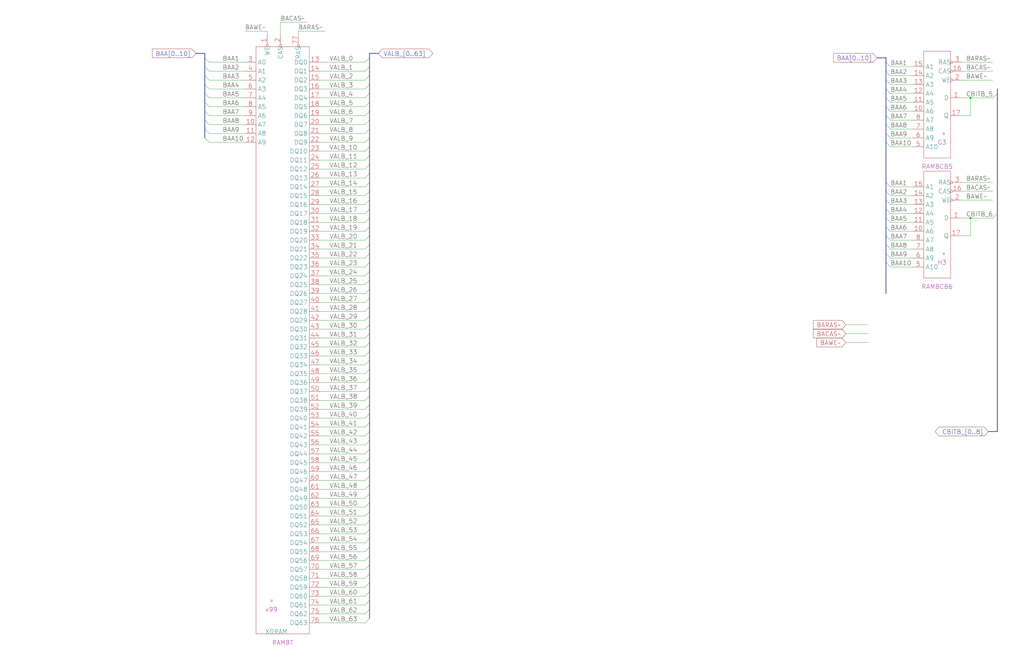
<source format=kicad_sch>
(kicad_sch (version 20220404) (generator eeschema)
  (paper "User" 584.2 378.46)
  (title_block (title "PLANEB DYNAMIC RAMS\\nVAL BITS 0-31\\nCHECK BITS 5-6") (date "08-MAR-90") (rev "0.0") (comment 1 "MEM32 BOARD") (comment 2 "232-003066") (comment 3 "S400") (comment 4 "RELEASED"))
  (lib_symbols
    (symbol "r1000:1MEG" (pin_names (offset 1.016))
      (property "Reference" "U" (at 2.54 5.08 0))
      (property "Value" "1MEG" (at -6.35 -7.62 0))
      (property "Location" "___" (at -1.27 0 0))
      (property "Name" "______" (at -1.27 -15.24 0))
      (symbol "1MEG_1_1"
        (rectangle (start -8.89 52.07) (end 6.35 -8.89))
        (circle (center 6.985 35.56) (radius 0.635))
        (circle (center 6.985 40.64) (radius 0.635))
        (circle (center 6.985 45.72) (radius 0.635))
        (pin input line (at 12.7 25.4 180) (length 6.35) (name "D") (number "1"))
        (pin input line (at -15.24 17.78 0) (length 6.35) (name "A6") (number "10"))
        (pin input line (at -15.24 22.86 0) (length 6.35) (name "A5") (number "11"))
        (pin input line (at -15.24 27.94 0) (length 6.35) (name "A4") (number "12"))
        (pin input line (at -15.24 33.02 0) (length 6.35) (name "A3") (number "13"))
        (pin input line (at -15.24 38.1 0) (length 6.35) (name "A2") (number "14"))
        (pin input line (at -15.24 43.18 0) (length 6.35) (name "A1") (number "15"))
        (pin input line (at 12.7 40.64 180) (length 5.08) (name "CAS") (number "16"))
        (pin tri_state line (at 12.7 15.24 180) (length 6.35) (name "Q") (number "17"))
        (pin input line (at 12.7 35.56 180) (length 5.08) (name "WE") (number "2"))
        (pin input line (at 12.7 45.72 180) (length 5.08) (name "RAS") (number "3"))
        (pin input line (at -15.24 -2.54 0) (length 6.35) (name "A10") (number "5"))
        (pin input line (at -15.24 2.54 0) (length 6.35) (name "A9") (number "6"))
        (pin input line (at -15.24 7.62 0) (length 6.35) (name "A8") (number "7"))
        (pin input line (at -15.24 12.7 0) (length 6.35) (name "A7") (number "8"))
      )
    )
    (symbol "r1000:XDRAM" (pin_names (offset 1.016))
      (property "Reference" "U" (at 2.54 5.08 0))
      (property "Value" "XDRAM" (at -1.27 -12.7 0))
      (property "Location" "___" (at -1.27 0 0))
      (property "Name" "______" (at 8.89 -20.32 0))
      (symbol "XDRAM_1_1"
        (rectangle (start -6.35 321.31) (end 24.13 -13.97))
        (circle (center 0 321.945) (radius 0.635))
        (circle (center 7.62 321.945) (radius 0.635))
        (circle (center 17.78 321.945) (radius 0.635))
        (pin input line (at 0 327.66 270) (length 5.08) (name "WE") (number "1"))
        (pin input line (at -12.7 276.86 0) (length 6.35) (name "A7") (number "10"))
        (pin input line (at -12.7 271.78 0) (length 6.35) (name "A8") (number "11"))
        (pin input line (at -12.7 266.7 0) (length 6.35) (name "A9") (number "12"))
        (pin bidirectional line (at 30.48 312.42 180) (length 6.35) (name "DQ0") (number "13"))
        (pin bidirectional line (at 30.48 307.34 180) (length 6.35) (name "DQ1") (number "14"))
        (pin bidirectional line (at 30.48 302.26 180) (length 6.35) (name "DQ2") (number "15"))
        (pin bidirectional line (at 30.48 297.18 180) (length 6.35) (name "DQ3") (number "16"))
        (pin bidirectional line (at 30.48 292.1 180) (length 6.35) (name "DQ4") (number "17"))
        (pin bidirectional line (at 30.48 287.02 180) (length 6.35) (name "DQ5") (number "18"))
        (pin bidirectional line (at 30.48 281.94 180) (length 6.35) (name "DQ6") (number "19"))
        (pin input line (at 7.62 327.66 270) (length 5.08) (name "CAS") (number "2"))
        (pin bidirectional line (at 30.48 276.86 180) (length 6.35) (name "DQ7") (number "20"))
        (pin bidirectional line (at 30.48 271.78 180) (length 6.35) (name "DQ8") (number "21"))
        (pin bidirectional line (at 30.48 266.7 180) (length 6.35) (name "DQ9") (number "22"))
        (pin bidirectional line (at 30.48 261.62 180) (length 6.35) (name "DQ10") (number "23"))
        (pin bidirectional line (at 30.48 256.54 180) (length 6.35) (name "DQ11") (number "24"))
        (pin bidirectional line (at 30.48 251.46 180) (length 6.35) (name "DQ12") (number "25"))
        (pin bidirectional line (at 30.48 246.38 180) (length 6.35) (name "DQ13") (number "26"))
        (pin bidirectional line (at 30.48 241.3 180) (length 6.35) (name "DQ14") (number "27"))
        (pin bidirectional line (at 30.48 236.22 180) (length 6.35) (name "DQ15") (number "28"))
        (pin bidirectional line (at 30.48 231.14 180) (length 6.35) (name "DQ16") (number "29"))
        (pin input line (at -12.7 312.42 0) (length 6.35) (name "A0") (number "3"))
        (pin bidirectional line (at 30.48 226.06 180) (length 6.35) (name "DQ17") (number "30"))
        (pin bidirectional line (at 30.48 220.98 180) (length 6.35) (name "DQ18") (number "31"))
        (pin bidirectional line (at 30.48 215.9 180) (length 6.35) (name "DQ19") (number "32"))
        (pin bidirectional line (at 30.48 210.82 180) (length 6.35) (name "DQ20") (number "33"))
        (pin bidirectional line (at 30.48 205.74 180) (length 6.35) (name "DQ21") (number "34"))
        (pin bidirectional line (at 30.48 200.66 180) (length 6.35) (name "DQ22") (number "35"))
        (pin bidirectional line (at 30.48 195.58 180) (length 6.35) (name "DQ23") (number "36"))
        (pin bidirectional line (at 30.48 190.5 180) (length 6.35) (name "DQ24") (number "37"))
        (pin bidirectional line (at 30.48 185.42 180) (length 6.35) (name "DQ25") (number "38"))
        (pin bidirectional line (at 30.48 180.34 180) (length 6.35) (name "DQ26") (number "39"))
        (pin input line (at -12.7 307.34 0) (length 6.35) (name "A1") (number "4"))
        (pin bidirectional line (at 30.48 175.26 180) (length 6.35) (name "DQ27") (number "40"))
        (pin bidirectional line (at 30.48 170.18 180) (length 6.35) (name "DQ28") (number "41"))
        (pin bidirectional line (at 30.48 165.1 180) (length 6.35) (name "DQ29") (number "42"))
        (pin bidirectional line (at 30.48 160.02 180) (length 6.35) (name "DQ30") (number "43"))
        (pin bidirectional line (at 30.48 154.94 180) (length 6.35) (name "DQ31") (number "44"))
        (pin bidirectional line (at 30.48 149.86 180) (length 6.35) (name "DQ32") (number "45"))
        (pin bidirectional line (at 30.48 144.78 180) (length 6.35) (name "DQ33") (number "46"))
        (pin bidirectional line (at 30.48 139.7 180) (length 6.35) (name "DQ34") (number "47"))
        (pin bidirectional line (at 30.48 134.62 180) (length 6.35) (name "DQ35") (number "48"))
        (pin bidirectional line (at 30.48 129.54 180) (length 6.35) (name "DQ36") (number "49"))
        (pin input line (at -12.7 302.26 0) (length 6.35) (name "A2") (number "5"))
        (pin bidirectional line (at 30.48 124.46 180) (length 6.35) (name "DQ37") (number "50"))
        (pin bidirectional line (at 30.48 119.38 180) (length 6.35) (name "DQ38") (number "51"))
        (pin bidirectional line (at 30.48 114.3 180) (length 6.35) (name "DQ39") (number "52"))
        (pin bidirectional line (at 30.48 109.22 180) (length 6.35) (name "DQ40") (number "53"))
        (pin bidirectional line (at 30.48 104.14 180) (length 6.35) (name "DQ41") (number "54"))
        (pin bidirectional line (at 30.48 99.06 180) (length 6.35) (name "DQ42") (number "55"))
        (pin bidirectional line (at 30.48 93.98 180) (length 6.35) (name "DQ43") (number "56"))
        (pin bidirectional line (at 30.48 88.9 180) (length 6.35) (name "DQ44") (number "57"))
        (pin bidirectional line (at 30.48 83.82 180) (length 6.35) (name "DQ45") (number "58"))
        (pin bidirectional line (at 30.48 78.74 180) (length 6.35) (name "DQ46") (number "59"))
        (pin input line (at -12.7 297.18 0) (length 6.35) (name "A3") (number "6"))
        (pin bidirectional line (at 30.48 73.66 180) (length 6.35) (name "DQ47") (number "60"))
        (pin bidirectional line (at 30.48 68.58 180) (length 6.35) (name "DQ48") (number "61"))
        (pin bidirectional line (at 30.48 63.5 180) (length 6.35) (name "DQ49") (number "62"))
        (pin bidirectional line (at 30.48 58.42 180) (length 6.35) (name "DQ50") (number "63"))
        (pin bidirectional line (at 30.48 53.34 180) (length 6.35) (name "DQ51") (number "64"))
        (pin bidirectional line (at 30.48 48.26 180) (length 6.35) (name "DQ52") (number "65"))
        (pin bidirectional line (at 30.48 43.18 180) (length 6.35) (name "DQ53") (number "66"))
        (pin bidirectional line (at 30.48 38.1 180) (length 6.35) (name "DQ54") (number "67"))
        (pin bidirectional line (at 30.48 33.02 180) (length 6.35) (name "DQ55") (number "68"))
        (pin bidirectional line (at 30.48 27.94 180) (length 6.35) (name "DQ56") (number "69"))
        (pin input line (at -12.7 292.1 0) (length 6.35) (name "A4") (number "7"))
        (pin bidirectional line (at 30.48 22.86 180) (length 6.35) (name "DQ57") (number "70"))
        (pin bidirectional line (at 30.48 17.78 180) (length 6.35) (name "DQ58") (number "71"))
        (pin bidirectional line (at 30.48 12.7 180) (length 6.35) (name "DQ59") (number "72"))
        (pin bidirectional line (at 30.48 7.62 180) (length 6.35) (name "DQ60") (number "73"))
        (pin bidirectional line (at 30.48 2.54 180) (length 6.35) (name "DQ61") (number "74"))
        (pin bidirectional line (at 30.48 -2.54 180) (length 6.35) (name "DQ62") (number "75"))
        (pin bidirectional line (at 30.48 -7.62 180) (length 6.35) (name "DQ63") (number "76"))
        (pin input line (at 17.78 327.66 270) (length 5.08) (name "RAS") (number "77"))
        (pin input line (at -12.7 287.02 0) (length 6.35) (name "A5") (number "8"))
        (pin input line (at -12.7 281.94 0) (length 6.35) (name "A6") (number "9"))
      )
    )
  )
  (junction (at 553.72 55.88))
  (junction (at 553.72 124.46))
  (bus_entry (at 210.82 129.54) (size -2.54 2.54))
  (bus_entry (at 210.82 266.7) (size -2.54 2.54))
  (bus_entry (at 210.82 73.66) (size -2.54 2.54))
  (bus_entry (at 505.46 149.86) (size 2.54 2.54))
  (bus_entry (at 210.82 114.3) (size -2.54 2.54))
  (bus_entry (at 116.84 58.42) (size 2.54 2.54))
  (bus_entry (at 210.82 307.34) (size -2.54 2.54))
  (bus_entry (at 210.82 99.06) (size -2.54 2.54))
  (bus_entry (at 210.82 78.74) (size -2.54 2.54))
  (bus_entry (at 210.82 175.26) (size -2.54 2.54))
  (bus_entry (at 505.46 55.88) (size 2.54 2.54))
  (bus_entry (at 210.82 297.18) (size -2.54 2.54))
  (bus_entry (at 210.82 144.78) (size -2.54 2.54))
  (bus_entry (at 210.82 251.46) (size -2.54 2.54))
  (bus_entry (at 210.82 83.82) (size -2.54 2.54))
  (bus_entry (at 116.84 48.26) (size 2.54 2.54))
  (bus_entry (at 210.82 241.3) (size -2.54 2.54))
  (bus_entry (at 210.82 246.38) (size -2.54 2.54))
  (bus_entry (at 116.84 68.58) (size 2.54 2.54))
  (bus_entry (at 505.46 66.04) (size 2.54 2.54))
  (bus_entry (at 210.82 302.26) (size -2.54 2.54))
  (bus_entry (at 210.82 185.42) (size -2.54 2.54))
  (bus_entry (at 210.82 38.1) (size -2.54 2.54))
  (bus_entry (at 210.82 327.66) (size -2.54 2.54))
  (bus_entry (at 210.82 347.98) (size -2.54 2.54))
  (bus_entry (at 210.82 33.02) (size -2.54 2.54))
  (bus_entry (at 210.82 88.9) (size -2.54 2.54))
  (bus_entry (at 210.82 353.06) (size -2.54 2.54))
  (bus_entry (at 210.82 119.38) (size -2.54 2.54))
  (bus_entry (at 505.46 76.2) (size 2.54 2.54))
  (bus_entry (at 210.82 337.82) (size -2.54 2.54))
  (bus_entry (at 505.46 139.7) (size 2.54 2.54))
  (bus_entry (at 210.82 332.74) (size -2.54 2.54))
  (bus_entry (at 210.82 210.82) (size -2.54 2.54))
  (bus_entry (at 116.84 73.66) (size 2.54 2.54))
  (bus_entry (at 505.46 71.12) (size 2.54 2.54))
  (bus_entry (at 210.82 149.86) (size -2.54 2.54))
  (bus_entry (at 505.46 109.22) (size 2.54 2.54))
  (bus_entry (at 210.82 48.26) (size -2.54 2.54))
  (bus_entry (at 505.46 35.56) (size 2.54 2.54))
  (bus_entry (at 505.46 114.3) (size 2.54 2.54))
  (bus_entry (at 505.46 129.54) (size 2.54 2.54))
  (bus_entry (at 210.82 292.1) (size -2.54 2.54))
  (bus_entry (at 116.84 38.1) (size 2.54 2.54))
  (bus_entry (at 568.96 121.92) (size -2.54 2.54))
  (bus_entry (at 210.82 256.54) (size -2.54 2.54))
  (bus_entry (at 210.82 190.5) (size -2.54 2.54))
  (bus_entry (at 210.82 281.94) (size -2.54 2.54))
  (bus_entry (at 210.82 109.22) (size -2.54 2.54))
  (bus_entry (at 210.82 139.7) (size -2.54 2.54))
  (bus_entry (at 210.82 53.34) (size -2.54 2.54))
  (bus_entry (at 210.82 58.42) (size -2.54 2.54))
  (bus_entry (at 210.82 93.98) (size -2.54 2.54))
  (bus_entry (at 505.46 119.38) (size 2.54 2.54))
  (bus_entry (at 210.82 236.22) (size -2.54 2.54))
  (bus_entry (at 116.84 33.02) (size 2.54 2.54))
  (bus_entry (at 210.82 104.14) (size -2.54 2.54))
  (bus_entry (at 505.46 81.28) (size 2.54 2.54))
  (bus_entry (at 210.82 63.5) (size -2.54 2.54))
  (bus_entry (at 210.82 220.98) (size -2.54 2.54))
  (bus_entry (at 210.82 160.02) (size -2.54 2.54))
  (bus_entry (at 210.82 200.66) (size -2.54 2.54))
  (bus_entry (at 210.82 134.62) (size -2.54 2.54))
  (bus_entry (at 116.84 43.18) (size 2.54 2.54))
  (bus_entry (at 210.82 215.9) (size -2.54 2.54))
  (bus_entry (at 210.82 312.42) (size -2.54 2.54))
  (bus_entry (at 210.82 43.18) (size -2.54 2.54))
  (bus_entry (at 210.82 165.1) (size -2.54 2.54))
  (bus_entry (at 116.84 53.34) (size 2.54 2.54))
  (bus_entry (at 210.82 154.94) (size -2.54 2.54))
  (bus_entry (at 210.82 124.46) (size -2.54 2.54))
  (bus_entry (at 210.82 287.02) (size -2.54 2.54))
  (bus_entry (at 210.82 276.86) (size -2.54 2.54))
  (bus_entry (at 210.82 180.34) (size -2.54 2.54))
  (bus_entry (at 505.46 134.62) (size 2.54 2.54))
  (bus_entry (at 210.82 322.58) (size -2.54 2.54))
  (bus_entry (at 210.82 231.14) (size -2.54 2.54))
  (bus_entry (at 505.46 144.78) (size 2.54 2.54))
  (bus_entry (at 210.82 342.9) (size -2.54 2.54))
  (bus_entry (at 210.82 68.58) (size -2.54 2.54))
  (bus_entry (at 505.46 124.46) (size 2.54 2.54))
  (bus_entry (at 210.82 205.74) (size -2.54 2.54))
  (bus_entry (at 210.82 317.5) (size -2.54 2.54))
  (bus_entry (at 116.84 63.5) (size 2.54 2.54))
  (bus_entry (at 505.46 50.8) (size 2.54 2.54))
  (bus_entry (at 210.82 226.06) (size -2.54 2.54))
  (bus_entry (at 505.46 104.14) (size 2.54 2.54))
  (bus_entry (at 505.46 60.96) (size 2.54 2.54))
  (bus_entry (at 568.96 53.34) (size -2.54 2.54))
  (bus_entry (at 505.46 45.72) (size 2.54 2.54))
  (bus_entry (at 210.82 170.18) (size -2.54 2.54))
  (bus_entry (at 210.82 271.78) (size -2.54 2.54))
  (bus_entry (at 505.46 40.64) (size 2.54 2.54))
  (bus_entry (at 210.82 261.62) (size -2.54 2.54))
  (bus_entry (at 116.84 78.74) (size 2.54 2.54))
  (bus_entry (at 210.82 195.58) (size -2.54 2.54))
  (wire (pts (xy 185.42 17.78) (xy 170.18 17.78)))
  (wire (pts (xy 160.02 12.7) (xy 160.02 20.32)))
  (wire (pts (xy 508 106.68) (xy 520.7 106.68)))
  (wire (pts (xy 182.88 137.16) (xy 208.28 137.16)))
  (wire (pts (xy 182.88 86.36) (xy 208.28 86.36)))
  (bus (pts (xy 505.46 33.02) (xy 505.46 35.56)))
  (bus (pts (xy 505.46 76.2) (xy 505.46 81.28)))
  (bus (pts (xy 505.46 134.62) (xy 505.46 139.7)))
  (bus (pts (xy 210.82 276.86) (xy 210.82 281.94)))
  (bus (pts (xy 210.82 139.7) (xy 210.82 144.78)))
  (wire (pts (xy 182.88 233.68) (xy 208.28 233.68)))
  (bus (pts (xy 116.84 38.1) (xy 116.84 43.18)))
  (bus (pts (xy 210.82 231.14) (xy 210.82 236.22)))
  (bus (pts (xy 210.82 261.62) (xy 210.82 266.7)))
  (wire (pts (xy 152.4 17.78) (xy 152.4 20.32)))
  (wire (pts (xy 119.38 76.2) (xy 139.7 76.2)))
  (wire (pts (xy 139.7 17.78) (xy 152.4 17.78)))
  (wire (pts (xy 182.88 132.08) (xy 208.28 132.08)))
  (bus (pts (xy 505.46 40.64) (xy 505.46 45.72)))
  (wire (pts (xy 182.88 238.76) (xy 208.28 238.76)))
  (bus (pts (xy 210.82 236.22) (xy 210.82 241.3)))
  (bus (pts (xy 210.82 246.38) (xy 210.82 251.46)))
  (wire (pts (xy 119.38 50.8) (xy 139.7 50.8)))
  (bus (pts (xy 116.84 53.34) (xy 116.84 58.42)))
  (bus (pts (xy 210.82 281.94) (xy 210.82 287.02)))
  (wire (pts (xy 508 68.58) (xy 520.7 68.58)))
  (wire (pts (xy 182.88 208.28) (xy 208.28 208.28)))
  (bus (pts (xy 116.84 30.48) (xy 116.84 33.02)))
  (bus (pts (xy 210.82 38.1) (xy 210.82 43.18)))
  (wire (pts (xy 182.88 289.56) (xy 208.28 289.56)))
  (wire (pts (xy 182.88 264.16) (xy 208.28 264.16)))
  (wire (pts (xy 119.38 81.28) (xy 139.7 81.28)))
  (wire (pts (xy 553.72 134.62) (xy 553.72 124.46)))
  (bus (pts (xy 210.82 220.98) (xy 210.82 226.06)))
  (wire (pts (xy 182.88 167.64) (xy 208.28 167.64)))
  (wire (pts (xy 553.72 66.04) (xy 553.72 55.88)))
  (wire (pts (xy 182.88 142.24) (xy 208.28 142.24)))
  (wire (pts (xy 182.88 254) (xy 208.28 254)))
  (wire (pts (xy 182.88 345.44) (xy 208.28 345.44)))
  (bus (pts (xy 210.82 312.42) (xy 210.82 317.5)))
  (bus (pts (xy 505.46 104.14) (xy 505.46 109.22)))
  (bus (pts (xy 563.88 246.38) (xy 568.96 246.38)))
  (wire (pts (xy 508 53.34) (xy 520.7 53.34)))
  (bus (pts (xy 210.82 30.48) (xy 210.82 33.02)))
  (wire (pts (xy 482.6 190.5) (xy 495.3 190.5)))
  (bus (pts (xy 568.96 121.92) (xy 568.96 246.38)))
  (wire (pts (xy 182.88 45.72) (xy 208.28 45.72)))
  (wire (pts (xy 482.6 185.42) (xy 495.3 185.42)))
  (wire (pts (xy 182.88 162.56) (xy 208.28 162.56)))
  (wire (pts (xy 508 111.76) (xy 520.7 111.76)))
  (bus (pts (xy 210.82 292.1) (xy 210.82 297.18)))
  (bus (pts (xy 568.96 53.34) (xy 568.96 121.92)))
  (wire (pts (xy 182.88 218.44) (xy 208.28 218.44)))
  (bus (pts (xy 505.46 109.22) (xy 505.46 114.3)))
  (wire (pts (xy 182.88 223.52) (xy 208.28 223.52)))
  (wire (pts (xy 508 83.82) (xy 520.7 83.82)))
  (bus (pts (xy 116.84 43.18) (xy 116.84 48.26)))
  (wire (pts (xy 170.18 17.78) (xy 170.18 20.32)))
  (bus (pts (xy 210.82 99.06) (xy 210.82 104.14)))
  (bus (pts (xy 210.82 88.9) (xy 210.82 93.98)))
  (wire (pts (xy 182.88 269.24) (xy 208.28 269.24)))
  (wire (pts (xy 553.72 124.46) (xy 566.42 124.46)))
  (wire (pts (xy 508 116.84) (xy 520.7 116.84)))
  (bus (pts (xy 210.82 53.34) (xy 210.82 58.42)))
  (wire (pts (xy 182.88 76.2) (xy 208.28 76.2)))
  (bus (pts (xy 210.82 109.22) (xy 210.82 114.3)))
  (bus (pts (xy 210.82 226.06) (xy 210.82 231.14)))
  (bus (pts (xy 210.82 73.66) (xy 210.82 78.74)))
  (bus (pts (xy 210.82 332.74) (xy 210.82 337.82)))
  (bus (pts (xy 505.46 119.38) (xy 505.46 124.46)))
  (bus (pts (xy 505.46 55.88) (xy 505.46 60.96)))
  (wire (pts (xy 182.88 127) (xy 208.28 127)))
  (wire (pts (xy 182.88 177.8) (xy 208.28 177.8)))
  (wire (pts (xy 182.88 182.88) (xy 208.28 182.88)))
  (wire (pts (xy 182.88 299.72) (xy 208.28 299.72)))
  (wire (pts (xy 182.88 274.32) (xy 208.28 274.32)))
  (bus (pts (xy 210.82 337.82) (xy 210.82 342.9)))
  (wire (pts (xy 182.88 335.28) (xy 208.28 335.28)))
  (wire (pts (xy 182.88 284.48) (xy 208.28 284.48)))
  (bus (pts (xy 210.82 347.98) (xy 210.82 353.06)))
  (bus (pts (xy 505.46 149.86) (xy 505.46 167.64)))
  (bus (pts (xy 210.82 160.02) (xy 210.82 165.1)))
  (bus (pts (xy 210.82 58.42) (xy 210.82 63.5)))
  (bus (pts (xy 505.46 50.8) (xy 505.46 55.88)))
  (wire (pts (xy 182.88 147.32) (xy 208.28 147.32)))
  (wire (pts (xy 508 137.16) (xy 520.7 137.16)))
  (wire (pts (xy 182.88 81.28) (xy 208.28 81.28)))
  (wire (pts (xy 182.88 193.04) (xy 208.28 193.04)))
  (wire (pts (xy 553.72 55.88) (xy 566.42 55.88)))
  (wire (pts (xy 182.88 294.64) (xy 208.28 294.64)))
  (bus (pts (xy 210.82 154.94) (xy 210.82 160.02)))
  (bus (pts (xy 210.82 119.38) (xy 210.82 124.46)))
  (wire (pts (xy 548.64 66.04) (xy 553.72 66.04)))
  (bus (pts (xy 210.82 114.3) (xy 210.82 119.38)))
  (wire (pts (xy 175.26 12.7) (xy 160.02 12.7)))
  (bus (pts (xy 116.84 33.02) (xy 116.84 38.1)))
  (bus (pts (xy 210.82 43.18) (xy 210.82 48.26)))
  (wire (pts (xy 508 132.08) (xy 520.7 132.08)))
  (wire (pts (xy 182.88 350.52) (xy 208.28 350.52)))
  (bus (pts (xy 210.82 271.78) (xy 210.82 276.86)))
  (bus (pts (xy 210.82 287.02) (xy 210.82 292.1)))
  (wire (pts (xy 182.88 325.12) (xy 208.28 325.12)))
  (bus (pts (xy 210.82 48.26) (xy 210.82 53.34)))
  (bus (pts (xy 210.82 175.26) (xy 210.82 180.34)))
  (bus (pts (xy 210.82 256.54) (xy 210.82 261.62)))
  (wire (pts (xy 508 73.66) (xy 520.7 73.66)))
  (bus (pts (xy 500.38 33.02) (xy 505.46 33.02)))
  (wire (pts (xy 182.88 243.84) (xy 208.28 243.84)))
  (bus (pts (xy 210.82 251.46) (xy 210.82 256.54)))
  (wire (pts (xy 182.88 248.92) (xy 208.28 248.92)))
  (wire (pts (xy 548.64 104.14) (xy 566.42 104.14)))
  (wire (pts (xy 508 43.18) (xy 520.7 43.18)))
  (wire (pts (xy 182.88 50.8) (xy 208.28 50.8)))
  (wire (pts (xy 182.88 35.56) (xy 208.28 35.56)))
  (bus (pts (xy 505.46 66.04) (xy 505.46 71.12)))
  (wire (pts (xy 508 152.4) (xy 520.7 152.4)))
  (wire (pts (xy 182.88 152.4) (xy 208.28 152.4)))
  (wire (pts (xy 508 147.32) (xy 520.7 147.32)))
  (bus (pts (xy 210.82 124.46) (xy 210.82 129.54)))
  (bus (pts (xy 210.82 78.74) (xy 210.82 83.82)))
  (bus (pts (xy 210.82 129.54) (xy 210.82 134.62)))
  (bus (pts (xy 210.82 215.9) (xy 210.82 220.98)))
  (bus (pts (xy 210.82 185.42) (xy 210.82 190.5)))
  (wire (pts (xy 548.64 45.72) (xy 566.42 45.72)))
  (wire (pts (xy 182.88 40.64) (xy 208.28 40.64)))
  (bus (pts (xy 505.46 144.78) (xy 505.46 149.86)))
  (bus (pts (xy 210.82 180.34) (xy 210.82 185.42)))
  (bus (pts (xy 210.82 205.74) (xy 210.82 210.82)))
  (wire (pts (xy 182.88 55.88) (xy 208.28 55.88)))
  (wire (pts (xy 482.6 195.58) (xy 495.3 195.58)))
  (wire (pts (xy 119.38 60.96) (xy 139.7 60.96)))
  (bus (pts (xy 210.82 342.9) (xy 210.82 347.98)))
  (bus (pts (xy 116.84 68.58) (xy 116.84 73.66)))
  (wire (pts (xy 182.88 304.8) (xy 208.28 304.8)))
  (wire (pts (xy 508 78.74) (xy 520.7 78.74)))
  (wire (pts (xy 182.88 198.12) (xy 208.28 198.12)))
  (bus (pts (xy 210.82 200.66) (xy 210.82 205.74)))
  (bus (pts (xy 210.82 266.7) (xy 210.82 271.78)))
  (wire (pts (xy 182.88 101.6) (xy 208.28 101.6)))
  (bus (pts (xy 210.82 302.26) (xy 210.82 307.34)))
  (wire (pts (xy 182.88 330.2) (xy 208.28 330.2)))
  (bus (pts (xy 116.84 48.26) (xy 116.84 53.34)))
  (bus (pts (xy 505.46 139.7) (xy 505.46 144.78)))
  (bus (pts (xy 505.46 45.72) (xy 505.46 50.8)))
  (bus (pts (xy 210.82 322.58) (xy 210.82 327.66)))
  (wire (pts (xy 182.88 91.44) (xy 208.28 91.44)))
  (wire (pts (xy 182.88 157.48) (xy 208.28 157.48)))
  (bus (pts (xy 505.46 114.3) (xy 505.46 119.38)))
  (bus (pts (xy 210.82 93.98) (xy 210.82 99.06)))
  (wire (pts (xy 182.88 187.96) (xy 208.28 187.96)))
  (wire (pts (xy 548.64 124.46) (xy 553.72 124.46)))
  (wire (pts (xy 548.64 40.64) (xy 566.42 40.64)))
  (wire (pts (xy 182.88 121.92) (xy 208.28 121.92)))
  (bus (pts (xy 210.82 149.86) (xy 210.82 154.94)))
  (wire (pts (xy 182.88 279.4) (xy 208.28 279.4)))
  (wire (pts (xy 548.64 35.56) (xy 566.42 35.56)))
  (bus (pts (xy 505.46 81.28) (xy 505.46 104.14)))
  (wire (pts (xy 119.38 55.88) (xy 139.7 55.88)))
  (bus (pts (xy 505.46 60.96) (xy 505.46 66.04)))
  (wire (pts (xy 548.64 109.22) (xy 566.42 109.22)))
  (wire (pts (xy 182.88 228.6) (xy 208.28 228.6)))
  (wire (pts (xy 548.64 114.3) (xy 566.42 114.3)))
  (wire (pts (xy 548.64 55.88) (xy 553.72 55.88)))
  (bus (pts (xy 505.46 71.12) (xy 505.46 76.2)))
  (wire (pts (xy 182.88 66.04) (xy 208.28 66.04)))
  (wire (pts (xy 182.88 355.6) (xy 208.28 355.6)))
  (wire (pts (xy 119.38 71.12) (xy 139.7 71.12)))
  (bus (pts (xy 568.96 50.8) (xy 568.96 53.34)))
  (bus (pts (xy 505.46 129.54) (xy 505.46 134.62)))
  (wire (pts (xy 182.88 309.88) (xy 208.28 309.88)))
  (wire (pts (xy 182.88 314.96) (xy 208.28 314.96)))
  (wire (pts (xy 508 142.24) (xy 520.7 142.24)))
  (wire (pts (xy 182.88 111.76) (xy 208.28 111.76)))
  (bus (pts (xy 210.82 241.3) (xy 210.82 246.38)))
  (bus (pts (xy 215.9 30.48) (xy 210.82 30.48)))
  (wire (pts (xy 182.88 203.2) (xy 208.28 203.2)))
  (wire (pts (xy 182.88 71.12) (xy 208.28 71.12)))
  (wire (pts (xy 182.88 172.72) (xy 208.28 172.72)))
  (bus (pts (xy 210.82 83.82) (xy 210.82 88.9)))
  (wire (pts (xy 508 127) (xy 520.7 127)))
  (wire (pts (xy 508 48.26) (xy 520.7 48.26)))
  (wire (pts (xy 182.88 60.96) (xy 208.28 60.96)))
  (wire (pts (xy 182.88 340.36) (xy 208.28 340.36)))
  (bus (pts (xy 116.84 73.66) (xy 116.84 78.74)))
  (bus (pts (xy 210.82 327.66) (xy 210.82 332.74)))
  (wire (pts (xy 182.88 213.36) (xy 208.28 213.36)))
  (bus (pts (xy 210.82 104.14) (xy 210.82 109.22)))
  (wire (pts (xy 182.88 96.52) (xy 208.28 96.52)))
  (bus (pts (xy 210.82 68.58) (xy 210.82 73.66)))
  (wire (pts (xy 119.38 35.56) (xy 139.7 35.56)))
  (wire (pts (xy 182.88 116.84) (xy 208.28 116.84)))
  (bus (pts (xy 210.82 190.5) (xy 210.82 195.58)))
  (bus (pts (xy 210.82 170.18) (xy 210.82 175.26)))
  (wire (pts (xy 508 121.92) (xy 520.7 121.92)))
  (wire (pts (xy 182.88 320.04) (xy 208.28 320.04)))
  (wire (pts (xy 182.88 259.08) (xy 208.28 259.08)))
  (wire (pts (xy 508 58.42) (xy 520.7 58.42)))
  (bus (pts (xy 210.82 165.1) (xy 210.82 170.18)))
  (bus (pts (xy 210.82 63.5) (xy 210.82 68.58)))
  (bus (pts (xy 210.82 33.02) (xy 210.82 38.1)))
  (wire (pts (xy 119.38 66.04) (xy 139.7 66.04)))
  (bus (pts (xy 111.76 30.48) (xy 116.84 30.48)))
  (bus (pts (xy 210.82 195.58) (xy 210.82 200.66)))
  (bus (pts (xy 505.46 124.46) (xy 505.46 129.54)))
  (bus (pts (xy 210.82 210.82) (xy 210.82 215.9)))
  (bus (pts (xy 116.84 63.5) (xy 116.84 68.58)))
  (bus (pts (xy 210.82 317.5) (xy 210.82 322.58)))
  (wire (pts (xy 119.38 45.72) (xy 139.7 45.72)))
  (bus (pts (xy 210.82 144.78) (xy 210.82 149.86)))
  (wire (pts (xy 182.88 106.68) (xy 208.28 106.68)))
  (wire (pts (xy 119.38 40.64) (xy 139.7 40.64)))
  (bus (pts (xy 210.82 297.18) (xy 210.82 302.26)))
  (bus (pts (xy 210.82 307.34) (xy 210.82 312.42)))
  (wire (pts (xy 508 63.5) (xy 520.7 63.5)))
  (wire (pts (xy 548.64 134.62) (xy 553.72 134.62)))
  (bus (pts (xy 210.82 134.62) (xy 210.82 139.7)))
  (bus (pts (xy 505.46 35.56) (xy 505.46 40.64)))
  (bus (pts (xy 116.84 58.42) (xy 116.84 63.5)))
  (wire (pts (xy 508 38.1) (xy 520.7 38.1)))
  (label "BAWE~" (at 139.7 17.78 0) (effects (font (size 2.54 2.54))))
  (label "VALB_31" (at 187.96 193.04 0) (effects (font (size 2.54 2.54))))
  (label "VALB_2" (at 187.96 45.72 0) (effects (font (size 2.54 2.54))))
  (label "VALB_47" (at 187.96 274.32 0) (effects (font (size 2.54 2.54))))
  (label "BAA2" (at 127 40.64 0) (effects (font (size 2.54 2.54))))
  (label "VALB_46" (at 187.96 269.24 0) (effects (font (size 2.54 2.54))))
  (label "BACAS~" (at 551.18 109.22 0) (effects (font (size 2.54 2.54))))
  (label "BAA7" (at 508 68.58 0) (effects (font (size 2.54 2.54))))
  (label "BAA1" (at 508 38.1 0) (effects (font (size 2.54 2.54))))
  (label "VALB_49" (at 187.96 284.48 0) (effects (font (size 2.54 2.54))))
  (label "BAA8" (at 127 71.12 0) (effects (font (size 2.54 2.54))))
  (label "VALB_25" (at 187.96 162.56 0) (effects (font (size 2.54 2.54))))
  (label "BAWE~" (at 551.18 114.3 0) (effects (font (size 2.54 2.54))))
  (label "VALB_21" (at 187.96 142.24 0) (effects (font (size 2.54 2.54))))
  (label "VALB_19" (at 187.96 132.08 0) (effects (font (size 2.54 2.54))))
  (label "BAA1" (at 127 35.56 0) (effects (font (size 2.54 2.54))))
  (label "VALB_16" (at 187.96 116.84 0) (effects (font (size 2.54 2.54))))
  (label "VALB_11" (at 187.96 91.44 0) (effects (font (size 2.54 2.54))))
  (label "BACAS~" (at 160.02 12.7 0) (effects (font (size 2.54 2.54))))
  (label "VALB_7" (at 187.96 71.12 0) (effects (font (size 2.54 2.54))))
  (label "VALB_55" (at 187.96 314.96 0) (effects (font (size 2.54 2.54))))
  (label "VALB_61" (at 187.96 345.44 0) (effects (font (size 2.54 2.54))))
  (label "BAA5" (at 508 127 0) (effects (font (size 2.54 2.54))))
  (label "VALB_38" (at 187.96 228.6 0) (effects (font (size 2.54 2.54))))
  (label "BAA7" (at 508 137.16 0) (effects (font (size 2.54 2.54))))
  (label "VALB_9" (at 187.96 81.28 0) (effects (font (size 2.54 2.54))))
  (label "BAA4" (at 508 53.34 0) (effects (font (size 2.54 2.54))))
  (label "VALB_63" (at 187.96 355.6 0) (effects (font (size 2.54 2.54))))
  (label "VALB_20" (at 187.96 137.16 0) (effects (font (size 2.54 2.54))))
  (label "BAA9" (at 127 76.2 0) (effects (font (size 2.54 2.54))))
  (label "VALB_42" (at 187.96 248.92 0) (effects (font (size 2.54 2.54))))
  (label "VALB_13" (at 187.96 101.6 0) (effects (font (size 2.54 2.54))))
  (label "BAA4" (at 508 121.92 0) (effects (font (size 2.54 2.54))))
  (label "VALB_48" (at 187.96 279.4 0) (effects (font (size 2.54 2.54))))
  (label "VALB_60" (at 187.96 340.36 0) (effects (font (size 2.54 2.54))))
  (label "VALB_17" (at 187.96 121.92 0) (effects (font (size 2.54 2.54))))
  (label "VALB_54" (at 187.96 309.88 0) (effects (font (size 2.54 2.54))))
  (label "VALB_3" (at 187.96 50.8 0) (effects (font (size 2.54 2.54))))
  (label "VALB_58" (at 187.96 330.2 0) (effects (font (size 2.54 2.54))))
  (label "BAA8" (at 508 73.66 0) (effects (font (size 2.54 2.54))))
  (label "BAWE~" (at 551.18 45.72 0) (effects (font (size 2.54 2.54))))
  (label "BAA3" (at 508 116.84 0) (effects (font (size 2.54 2.54))))
  (label "VALB_5" (at 187.96 60.96 0) (effects (font (size 2.54 2.54))))
  (label "BAA9" (at 508 147.32 0) (effects (font (size 2.54 2.54))))
  (label "BARAS~" (at 170.18 17.78 0) (effects (font (size 2.54 2.54))))
  (label "VALB_33" (at 187.96 203.2 0) (effects (font (size 2.54 2.54))))
  (label "VALB_0" (at 187.96 35.56 0) (effects (font (size 2.54 2.54))))
  (label "VALB_57" (at 187.96 325.12 0) (effects (font (size 2.54 2.54))))
  (label "BAA5" (at 127 55.88 0) (effects (font (size 2.54 2.54))))
  (label "VALB_10" (at 187.96 86.36 0) (effects (font (size 2.54 2.54))))
  (label "VALB_6" (at 187.96 66.04 0) (effects (font (size 2.54 2.54))))
  (label "VALB_8" (at 187.96 76.2 0) (effects (font (size 2.54 2.54))))
  (label "BAA3" (at 508 48.26 0) (effects (font (size 2.54 2.54))))
  (label "CBITB_5" (at 551.18 55.88 0) (effects (font (size 2.54 2.54))))
  (label "VALB_32" (at 187.96 198.12 0) (effects (font (size 2.54 2.54))))
  (label "BAA4" (at 127 50.8 0) (effects (font (size 2.54 2.54))))
  (label "VALB_39" (at 187.96 233.68 0) (effects (font (size 2.54 2.54))))
  (label "BAA8" (at 508 142.24 0) (effects (font (size 2.54 2.54))))
  (label "VALB_56" (at 187.96 320.04 0) (effects (font (size 2.54 2.54))))
  (label "BARAS~" (at 551.18 104.14 0) (effects (font (size 2.54 2.54))))
  (label "BAA2" (at 508 43.18 0) (effects (font (size 2.54 2.54))))
  (label "VALB_30" (at 187.96 187.96 0) (effects (font (size 2.54 2.54))))
  (label "BAA6" (at 508 132.08 0) (effects (font (size 2.54 2.54))))
  (label "VALB_52" (at 187.96 299.72 0) (effects (font (size 2.54 2.54))))
  (label "BAA3" (at 127 45.72 0) (effects (font (size 2.54 2.54))))
  (label "BAA9" (at 508 78.74 0) (effects (font (size 2.54 2.54))))
  (label "VALB_1" (at 187.96 40.64 0) (effects (font (size 2.54 2.54))))
  (label "VALB_26" (at 187.96 167.64 0) (effects (font (size 2.54 2.54))))
  (label "VALB_23" (at 187.96 152.4 0) (effects (font (size 2.54 2.54))))
  (label "VALB_59" (at 187.96 335.28 0) (effects (font (size 2.54 2.54))))
  (label "BAA2" (at 508 111.76 0) (effects (font (size 2.54 2.54))))
  (label "VALB_53" (at 187.96 304.8 0) (effects (font (size 2.54 2.54))))
  (label "VALB_24" (at 187.96 157.48 0) (effects (font (size 2.54 2.54))))
  (label "BAA10" (at 127 81.28 0) (effects (font (size 2.54 2.54))))
  (label "BAA7" (at 127 66.04 0) (effects (font (size 2.54 2.54))))
  (label "VALB_15" (at 187.96 111.76 0) (effects (font (size 2.54 2.54))))
  (label "VALB_51" (at 187.96 294.64 0) (effects (font (size 2.54 2.54))))
  (label "VALB_18" (at 187.96 127 0) (effects (font (size 2.54 2.54))))
  (label "BAA10" (at 508 83.82 0) (effects (font (size 2.54 2.54))))
  (label "VALB_41" (at 187.96 243.84 0) (effects (font (size 2.54 2.54))))
  (label "VALB_44" (at 187.96 259.08 0) (effects (font (size 2.54 2.54))))
  (label "VALB_35" (at 187.96 213.36 0) (effects (font (size 2.54 2.54))))
  (label "BARAS~" (at 551.18 35.56 0) (effects (font (size 2.54 2.54))))
  (label "VALB_50" (at 187.96 289.56 0) (effects (font (size 2.54 2.54))))
  (label "BAA5" (at 508 58.42 0) (effects (font (size 2.54 2.54))))
  (label "CBITB_6" (at 551.18 124.46 0) (effects (font (size 2.54 2.54))))
  (label "VALB_29" (at 187.96 182.88 0) (effects (font (size 2.54 2.54))))
  (label "VALB_34" (at 187.96 208.28 0) (effects (font (size 2.54 2.54))))
  (label "VALB_28" (at 187.96 177.8 0) (effects (font (size 2.54 2.54))))
  (label "BAA6" (at 127 60.96 0) (effects (font (size 2.54 2.54))))
  (label "BAA10" (at 508 152.4 0) (effects (font (size 2.54 2.54))))
  (label "VALB_40" (at 187.96 238.76 0) (effects (font (size 2.54 2.54))))
  (label "VALB_27" (at 187.96 172.72 0) (effects (font (size 2.54 2.54))))
  (label "VALB_45" (at 187.96 264.16 0) (effects (font (size 2.54 2.54))))
  (label "BACAS~" (at 551.18 40.64 0) (effects (font (size 2.54 2.54))))
  (label "VALB_36" (at 187.96 218.44 0) (effects (font (size 2.54 2.54))))
  (label "VALB_12" (at 187.96 96.52 0) (effects (font (size 2.54 2.54))))
  (label "VALB_43" (at 187.96 254 0) (effects (font (size 2.54 2.54))))
  (label "VALB_22" (at 187.96 147.32 0) (effects (font (size 2.54 2.54))))
  (label "VALB_37" (at 187.96 223.52 0) (effects (font (size 2.54 2.54))))
  (label "VALB_14" (at 187.96 106.68 0) (effects (font (size 2.54 2.54))))
  (label "BAA1" (at 508 106.68 0) (effects (font (size 2.54 2.54))))
  (label "BAA6" (at 508 63.5 0) (effects (font (size 2.54 2.54))))
  (label "VALB_62" (at 187.96 350.52 0) (effects (font (size 2.54 2.54))))
  (label "VALB_4" (at 187.96 55.88 0) (effects (font (size 2.54 2.54))))
  (global_label "CBITB_[0..8]" (shape bidirectional) (at 563.88 246.38 180) (effects (font (size 2.54 2.54))) (property "Intersheet References" "${INTERSHEET_REFS}" (at 535.7102 246.2213 0) (effects (font (size 1.905 1.905)) (justify right))))
  (global_label "VALB_[0..63]" (shape bidirectional) (at 215.9 30.48 0) (effects (font (size 2.54 2.54))) (property "Intersheet References" "${INTERSHEET_REFS}" (at 247.8055 30.48 0) (effects (font (size 1.905 1.905)) (justify left))))
  (global_label "BAA[0..10]" (shape input) (at 111.76 30.48 180) (effects (font (size 2.54 2.54))) (property "Intersheet References" "${INTERSHEET_REFS}" (at 87.3397 30.3213 0) (effects (font (size 1.905 1.905)) (justify right))))
  (global_label "BACAS~" (shape input) (at 482.6 190.5 180) (effects (font (size 2.54 2.54))) (property "Intersheet References" "${INTERSHEET_REFS}" (at 464.4692 190.3413 0) (effects (font (size 1.905 1.905)) (justify right))))
  (global_label "BAA[0..10]" (shape input) (at 500.38 33.02 180) (effects (font (size 2.54 2.54))) (property "Intersheet References" "${INTERSHEET_REFS}" (at 475.9597 32.8613 0) (effects (font (size 1.905 1.905)) (justify right))))
  (global_label "BAWE~" (shape input) (at 482.6 195.58 180) (effects (font (size 2.54 2.54))) (property "Intersheet References" "${INTERSHEET_REFS}" (at 466.4045 195.4213 0) (effects (font (size 1.905 1.905)) (justify right))))
  (global_label "BARAS~" (shape input) (at 482.6 185.42 180) (effects (font (size 2.54 2.54))) (property "Intersheet References" "${INTERSHEET_REFS}" (at 464.4692 185.2613 0) (effects (font (size 1.905 1.905)) (justify right))))
  (symbol (lib_id "r1000:1MEG") (at 535.94 81.28 0) (unit 1)
    (default_instance (reference "U") (unit 1) (value "") (footprint ""))
    (property "Reference" "U" (at 538.48 76.2 0))
    (property "Location" "G3" (at 534.67 81.28 0) (effects (font (size 2.54 2.54)) (justify left)))
    (property "Name" "RAMBCB5" (at 534.67 96.52 0) (effects (font (size 2.54 2.54)) (justify bottom)))
  )
  (symbol (lib_id "r1000:XDRAM") (at 152.4 347.98 0) (unit 1)
    (default_instance (reference "U") (unit 1) (value "XDRAM") (footprint ""))
    (property "Reference" "U" (at 154.94 342.9 0))
    (property "Value" "XDRAM" (at 151.13 360.68 0) (effects (font (size 2.54 2.54)) (justify left)))
    (property "Location" "x99" (at 151.13 347.98 0) (effects (font (size 2.54 2.54)) (justify left)))
    (property "Name" "RAMBT" (at 161.29 368.3 0) (effects (font (size 2.54 2.54)) (justify bottom)))
  )
  (symbol (lib_id "r1000:1MEG") (at 535.94 149.86 0) (unit 1)
    (default_instance (reference "U") (unit 1) (value "") (footprint ""))
    (property "Reference" "U" (at 538.48 144.78 0))
    (property "Location" "H3" (at 534.67 149.86 0) (effects (font (size 2.54 2.54)) (justify left)))
    (property "Name" "RAMBCB6" (at 534.67 165.1 0) (effects (font (size 2.54 2.54)) (justify bottom)))
  )
)
</source>
